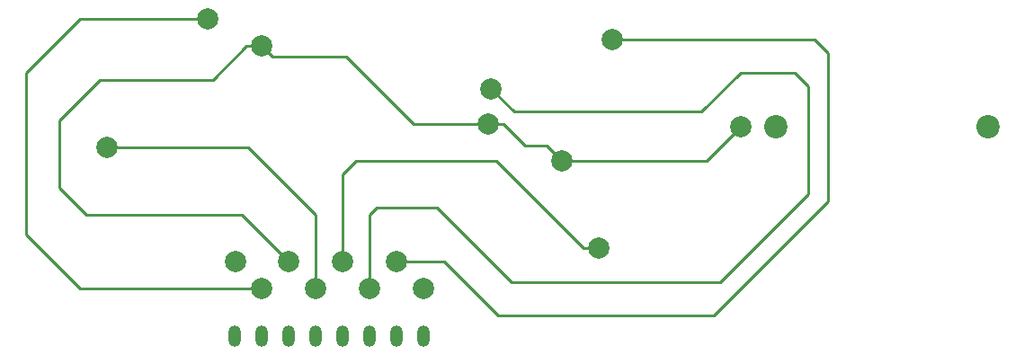
<source format=gbl>
G04 #@! TF.GenerationSoftware,KiCad,Pcbnew,(5.1.2)-2*
G04 #@! TF.CreationDate,2019-07-08T10:16:07-07:00*
G04 #@! TF.ProjectId,Prototypedesign1,50726f74-6f74-4797-9065-64657369676e,rev?*
G04 #@! TF.SameCoordinates,Original*
G04 #@! TF.FileFunction,Copper,L2,Bot*
G04 #@! TF.FilePolarity,Positive*
%FSLAX46Y46*%
G04 Gerber Fmt 4.6, Leading zero omitted, Abs format (unit mm)*
G04 Created by KiCad (PCBNEW (5.1.2)-2) date 2019-07-08 10:16:07*
%MOMM*%
%LPD*%
G04 APERTURE LIST*
%ADD10C,2.000000*%
%ADD11O,1.200000X2.000000*%
%ADD12C,2.200000*%
%ADD13C,0.250000*%
G04 APERTURE END LIST*
D10*
X126085600Y-53035200D03*
X120015000Y-68580000D03*
X137795000Y-45085000D03*
X114935000Y-68580000D03*
X112395000Y-66040000D03*
X109855000Y-68580000D03*
X149860000Y-53340000D03*
X104775000Y-68580000D03*
X102336600Y-66040000D03*
X126390400Y-49733200D03*
X117475000Y-66040000D03*
X104775000Y-45720000D03*
X133065000Y-56515000D03*
X99695000Y-43180000D03*
X90170000Y-55245000D03*
X107315000Y-66040000D03*
X136525000Y-64770000D03*
D11*
X102235000Y-73025000D03*
X104775000Y-73025000D03*
X107315000Y-73025000D03*
X109855000Y-73025000D03*
X112395000Y-73025000D03*
X114935000Y-73025000D03*
X117475000Y-73025000D03*
X120015000Y-73025000D03*
D12*
X153195000Y-53340000D03*
X173195000Y-53340000D03*
D13*
X99695000Y-43180000D02*
X87630000Y-43180000D01*
X87630000Y-43180000D02*
X82550000Y-48260000D01*
X82550000Y-48260000D02*
X82550000Y-63500000D01*
X87630000Y-68580000D02*
X104775000Y-68580000D01*
X82550000Y-63500000D02*
X87630000Y-68580000D01*
X105774999Y-46719999D02*
X112759999Y-46719999D01*
X104775000Y-45720000D02*
X105774999Y-46719999D01*
X119075200Y-53035200D02*
X126085600Y-53035200D01*
X112759999Y-46719999D02*
X119075200Y-53035200D01*
X127499813Y-53035200D02*
X129540000Y-55075387D01*
X126085600Y-53035200D02*
X127499813Y-53035200D01*
X131625387Y-55075387D02*
X133065000Y-56515000D01*
X129540000Y-55075387D02*
X131625387Y-55075387D01*
X146685000Y-56515000D02*
X149860000Y-53340000D01*
X133065000Y-56515000D02*
X146685000Y-56515000D01*
X103360787Y-45720000D02*
X100185787Y-48895000D01*
X104775000Y-45720000D02*
X103360787Y-45720000D01*
X100185787Y-48895000D02*
X89535000Y-48895000D01*
X89535000Y-48895000D02*
X85725000Y-52705000D01*
X85725000Y-52705000D02*
X85725000Y-59055000D01*
X85725000Y-59055000D02*
X88265000Y-61595000D01*
X102870000Y-61595000D02*
X107315000Y-66040000D01*
X88265000Y-61595000D02*
X102870000Y-61595000D01*
X90170000Y-55245000D02*
X103505000Y-55245000D01*
X109855000Y-61595000D02*
X109855000Y-68580000D01*
X103505000Y-55245000D02*
X109855000Y-61595000D01*
X112395000Y-57785000D02*
X112395000Y-66040000D01*
X113665000Y-56515000D02*
X112395000Y-57785000D01*
X126855787Y-56515000D02*
X113665000Y-56515000D01*
X136525000Y-64770000D02*
X135110787Y-64770000D01*
X135110787Y-64770000D02*
X126855787Y-56515000D01*
X114935000Y-61595000D02*
X114935000Y-68580000D01*
X128270000Y-67945000D02*
X121285000Y-60960000D01*
X147955000Y-67945000D02*
X128270000Y-67945000D01*
X156210000Y-59690000D02*
X147955000Y-67945000D01*
X115570000Y-60960000D02*
X114935000Y-61595000D01*
X126390400Y-49733200D02*
X128572199Y-51914999D01*
X146205001Y-51914999D02*
X149860000Y-48260000D01*
X121285000Y-60960000D02*
X115570000Y-60960000D01*
X128572199Y-51914999D02*
X146205001Y-51914999D01*
X149860000Y-48260000D02*
X154940000Y-48260000D01*
X154940000Y-48260000D02*
X156210000Y-49530000D01*
X156210000Y-49530000D02*
X156210000Y-59690000D01*
X121920000Y-66040000D02*
X117475000Y-66040000D01*
X156845000Y-45085000D02*
X158115000Y-46355000D01*
X137795000Y-45085000D02*
X156845000Y-45085000D01*
X158115000Y-46355000D02*
X158115000Y-60325000D01*
X158115000Y-60325000D02*
X147320000Y-71120000D01*
X147320000Y-71120000D02*
X127000000Y-71120000D01*
X127000000Y-71120000D02*
X121920000Y-66040000D01*
M02*

</source>
